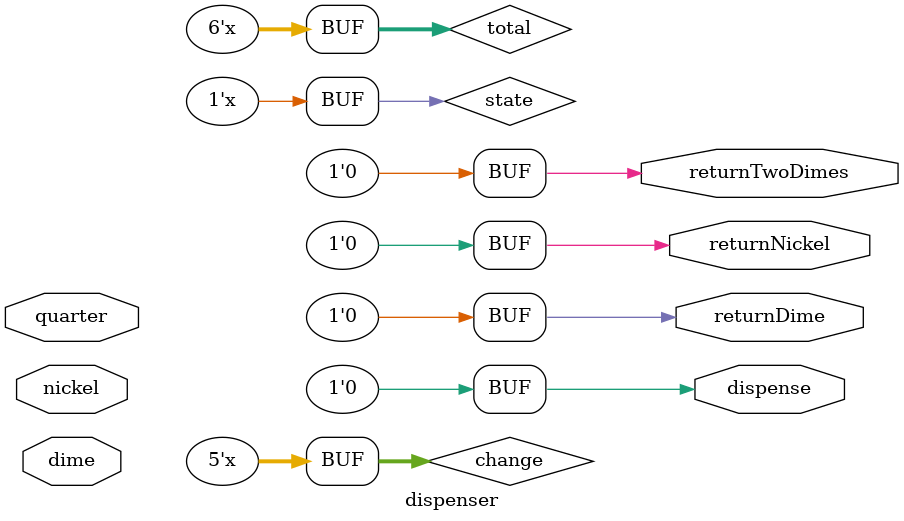
<source format=v>
`timescale 1ns / 1ps


module dispenser(
    input nickel, dime, quarter,
    output reg dispense, returnNickel, returnDime, returnTwoDimes
    );
    
    reg [5:0] total;
    reg [4:0] change;
    reg state;
    
    always@(nickel, dime, quarter)
    begin
        dispense = 0;
        returnNickel = 0;
        returnDime = 0;
        returnTwoDimes = 0;
        
        case(state)
            0:              //accepting coins and couting total
            begin             
                total = total + nickel*5 + dime*10 + quarter*25;
                if(total >= 25)
                    state = 1;
                else
                    state = 0;
            end
            
            1:              //measure change and dispense
            begin
                change = total % 25;
                
                case(change)
                    0:  begin dispense = 1; end
                    5:  begin dispense = 1; returnNickel = 1; end
                    10: begin dispense = 1; returnDime = 1; end
                    15: begin dispense = 1; returnDime = 1; returnNickel = 1; end
                    20: begin dispense = 1; returnTwoDimes = 1; end
                    default: begin dispense = 0; returnNickel = 0; returnDime = 0; returnTwoDimes = 0; end
                endcase
                
                total = 0; 
                state = 0;
            end
        endcase
    end
    
endmodule

</source>
